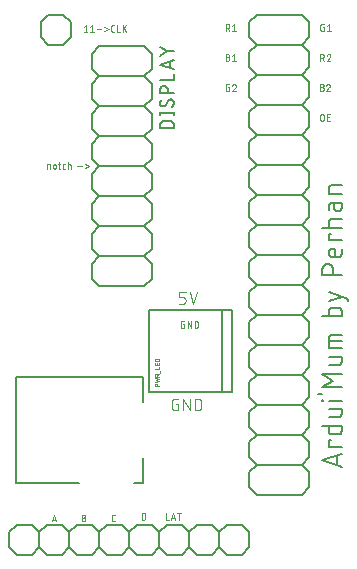
<source format=gbr>
G04 EAGLE Gerber X2 export*
%TF.Part,Single*%
%TF.FileFunction,Legend,Top,1*%
%TF.FilePolarity,Positive*%
%TF.GenerationSoftware,Autodesk,EAGLE,8.7.1*%
%TF.CreationDate,2018-04-06T15:57:59Z*%
G75*
%MOMM*%
%FSLAX34Y34*%
%LPD*%
%AMOC8*
5,1,8,0,0,1.08239X$1,22.5*%
G01*
%ADD10C,0.050800*%
%ADD11C,0.076200*%
%ADD12C,0.152400*%
%ADD13C,0.127000*%
%ADD14C,0.203200*%
%ADD15C,0.025400*%


D10*
X274207Y459288D02*
X275138Y459288D01*
X275138Y456184D01*
X273276Y456184D01*
X273206Y456186D01*
X273137Y456192D01*
X273068Y456202D01*
X273000Y456215D01*
X272932Y456233D01*
X272866Y456254D01*
X272801Y456279D01*
X272737Y456307D01*
X272675Y456339D01*
X272615Y456374D01*
X272557Y456413D01*
X272502Y456455D01*
X272448Y456500D01*
X272398Y456548D01*
X272350Y456598D01*
X272305Y456652D01*
X272263Y456707D01*
X272224Y456765D01*
X272189Y456825D01*
X272157Y456887D01*
X272129Y456951D01*
X272104Y457016D01*
X272083Y457082D01*
X272065Y457150D01*
X272052Y457218D01*
X272042Y457287D01*
X272036Y457356D01*
X272034Y457426D01*
X272034Y460530D01*
X272036Y460600D01*
X272042Y460669D01*
X272052Y460738D01*
X272065Y460806D01*
X272083Y460874D01*
X272104Y460940D01*
X272129Y461005D01*
X272157Y461069D01*
X272189Y461131D01*
X272224Y461191D01*
X272263Y461249D01*
X272305Y461304D01*
X272350Y461358D01*
X272398Y461408D01*
X272448Y461456D01*
X272502Y461501D01*
X272557Y461543D01*
X272615Y461582D01*
X272675Y461617D01*
X272737Y461649D01*
X272801Y461677D01*
X272866Y461702D01*
X272932Y461723D01*
X273000Y461741D01*
X273068Y461754D01*
X273137Y461764D01*
X273206Y461770D01*
X273276Y461772D01*
X275138Y461772D01*
X277703Y460530D02*
X279255Y461772D01*
X279255Y456184D01*
X277703Y456184D02*
X280808Y456184D01*
X272034Y436372D02*
X272034Y430784D01*
X272034Y436372D02*
X273586Y436372D01*
X273663Y436370D01*
X273741Y436364D01*
X273817Y436355D01*
X273894Y436341D01*
X273969Y436324D01*
X274043Y436303D01*
X274117Y436278D01*
X274189Y436250D01*
X274259Y436218D01*
X274328Y436183D01*
X274395Y436144D01*
X274460Y436102D01*
X274523Y436057D01*
X274584Y436009D01*
X274642Y435958D01*
X274697Y435904D01*
X274750Y435847D01*
X274799Y435788D01*
X274846Y435726D01*
X274890Y435662D01*
X274930Y435596D01*
X274967Y435528D01*
X275001Y435458D01*
X275031Y435387D01*
X275057Y435314D01*
X275080Y435240D01*
X275099Y435165D01*
X275114Y435090D01*
X275126Y435013D01*
X275134Y434936D01*
X275138Y434859D01*
X275138Y434781D01*
X275134Y434704D01*
X275126Y434627D01*
X275114Y434550D01*
X275099Y434475D01*
X275080Y434400D01*
X275057Y434326D01*
X275031Y434253D01*
X275001Y434182D01*
X274967Y434112D01*
X274930Y434044D01*
X274890Y433978D01*
X274846Y433914D01*
X274799Y433852D01*
X274750Y433793D01*
X274697Y433736D01*
X274642Y433682D01*
X274584Y433631D01*
X274523Y433583D01*
X274460Y433538D01*
X274395Y433496D01*
X274328Y433457D01*
X274259Y433422D01*
X274189Y433390D01*
X274117Y433362D01*
X274043Y433337D01*
X273969Y433316D01*
X273894Y433299D01*
X273817Y433285D01*
X273741Y433276D01*
X273663Y433270D01*
X273586Y433268D01*
X272034Y433268D01*
X273897Y433268D02*
X275138Y430784D01*
X280589Y434975D02*
X280587Y435048D01*
X280581Y435121D01*
X280572Y435194D01*
X280558Y435265D01*
X280541Y435337D01*
X280521Y435407D01*
X280496Y435476D01*
X280468Y435543D01*
X280437Y435609D01*
X280402Y435674D01*
X280364Y435736D01*
X280322Y435796D01*
X280278Y435854D01*
X280230Y435910D01*
X280180Y435963D01*
X280127Y436013D01*
X280071Y436061D01*
X280013Y436105D01*
X279953Y436147D01*
X279891Y436185D01*
X279826Y436220D01*
X279760Y436251D01*
X279693Y436279D01*
X279624Y436304D01*
X279554Y436324D01*
X279482Y436341D01*
X279411Y436355D01*
X279338Y436364D01*
X279265Y436370D01*
X279192Y436372D01*
X279108Y436370D01*
X279025Y436364D01*
X278942Y436355D01*
X278860Y436341D01*
X278778Y436324D01*
X278697Y436302D01*
X278617Y436277D01*
X278539Y436249D01*
X278461Y436217D01*
X278386Y436181D01*
X278312Y436142D01*
X278240Y436099D01*
X278170Y436053D01*
X278103Y436004D01*
X278037Y435951D01*
X277975Y435896D01*
X277915Y435838D01*
X277857Y435777D01*
X277803Y435714D01*
X277751Y435648D01*
X277703Y435580D01*
X277658Y435509D01*
X277616Y435437D01*
X277578Y435362D01*
X277543Y435286D01*
X277512Y435209D01*
X277484Y435130D01*
X280122Y433889D02*
X280176Y433942D01*
X280227Y433999D01*
X280275Y434058D01*
X280320Y434119D01*
X280361Y434182D01*
X280400Y434248D01*
X280435Y434315D01*
X280467Y434384D01*
X280495Y434455D01*
X280519Y434526D01*
X280540Y434599D01*
X280557Y434673D01*
X280571Y434748D01*
X280580Y434823D01*
X280586Y434899D01*
X280588Y434975D01*
X280123Y433888D02*
X277484Y430784D01*
X280589Y430784D01*
X193576Y433888D02*
X192024Y433888D01*
X193576Y433888D02*
X193653Y433886D01*
X193731Y433880D01*
X193807Y433871D01*
X193884Y433857D01*
X193959Y433840D01*
X194033Y433819D01*
X194107Y433794D01*
X194179Y433766D01*
X194249Y433734D01*
X194318Y433699D01*
X194385Y433660D01*
X194450Y433618D01*
X194513Y433573D01*
X194574Y433525D01*
X194632Y433474D01*
X194687Y433420D01*
X194740Y433363D01*
X194789Y433304D01*
X194836Y433242D01*
X194880Y433178D01*
X194920Y433112D01*
X194957Y433044D01*
X194991Y432974D01*
X195021Y432903D01*
X195047Y432830D01*
X195070Y432756D01*
X195089Y432681D01*
X195104Y432606D01*
X195116Y432529D01*
X195124Y432452D01*
X195128Y432375D01*
X195128Y432297D01*
X195124Y432220D01*
X195116Y432143D01*
X195104Y432066D01*
X195089Y431991D01*
X195070Y431916D01*
X195047Y431842D01*
X195021Y431769D01*
X194991Y431698D01*
X194957Y431628D01*
X194920Y431560D01*
X194880Y431494D01*
X194836Y431430D01*
X194789Y431368D01*
X194740Y431309D01*
X194687Y431252D01*
X194632Y431198D01*
X194574Y431147D01*
X194513Y431099D01*
X194450Y431054D01*
X194385Y431012D01*
X194318Y430973D01*
X194249Y430938D01*
X194179Y430906D01*
X194107Y430878D01*
X194033Y430853D01*
X193959Y430832D01*
X193884Y430815D01*
X193807Y430801D01*
X193731Y430792D01*
X193653Y430786D01*
X193576Y430784D01*
X192024Y430784D01*
X192024Y436372D01*
X193576Y436372D01*
X193646Y436370D01*
X193715Y436364D01*
X193784Y436354D01*
X193852Y436341D01*
X193920Y436323D01*
X193986Y436302D01*
X194051Y436277D01*
X194115Y436249D01*
X194177Y436217D01*
X194237Y436182D01*
X194295Y436143D01*
X194350Y436101D01*
X194404Y436056D01*
X194454Y436008D01*
X194502Y435958D01*
X194547Y435904D01*
X194589Y435849D01*
X194628Y435791D01*
X194663Y435731D01*
X194695Y435669D01*
X194723Y435605D01*
X194748Y435540D01*
X194769Y435474D01*
X194787Y435406D01*
X194800Y435338D01*
X194810Y435269D01*
X194816Y435200D01*
X194818Y435130D01*
X194816Y435060D01*
X194810Y434991D01*
X194800Y434922D01*
X194787Y434854D01*
X194769Y434786D01*
X194748Y434720D01*
X194723Y434655D01*
X194695Y434591D01*
X194663Y434529D01*
X194628Y434469D01*
X194589Y434411D01*
X194547Y434356D01*
X194502Y434302D01*
X194454Y434252D01*
X194404Y434204D01*
X194350Y434159D01*
X194295Y434117D01*
X194237Y434078D01*
X194177Y434043D01*
X194115Y434011D01*
X194051Y433983D01*
X193986Y433958D01*
X193920Y433937D01*
X193852Y433919D01*
X193784Y433906D01*
X193715Y433896D01*
X193646Y433890D01*
X193576Y433888D01*
X197245Y435130D02*
X198797Y436372D01*
X198797Y430784D01*
X197245Y430784D02*
X200349Y430784D01*
X192024Y456184D02*
X192024Y461772D01*
X193576Y461772D01*
X193653Y461770D01*
X193731Y461764D01*
X193807Y461755D01*
X193884Y461741D01*
X193959Y461724D01*
X194033Y461703D01*
X194107Y461678D01*
X194179Y461650D01*
X194249Y461618D01*
X194318Y461583D01*
X194385Y461544D01*
X194450Y461502D01*
X194513Y461457D01*
X194574Y461409D01*
X194632Y461358D01*
X194687Y461304D01*
X194740Y461247D01*
X194789Y461188D01*
X194836Y461126D01*
X194880Y461062D01*
X194920Y460996D01*
X194957Y460928D01*
X194991Y460858D01*
X195021Y460787D01*
X195047Y460714D01*
X195070Y460640D01*
X195089Y460565D01*
X195104Y460490D01*
X195116Y460413D01*
X195124Y460336D01*
X195128Y460259D01*
X195128Y460181D01*
X195124Y460104D01*
X195116Y460027D01*
X195104Y459950D01*
X195089Y459875D01*
X195070Y459800D01*
X195047Y459726D01*
X195021Y459653D01*
X194991Y459582D01*
X194957Y459512D01*
X194920Y459444D01*
X194880Y459378D01*
X194836Y459314D01*
X194789Y459252D01*
X194740Y459193D01*
X194687Y459136D01*
X194632Y459082D01*
X194574Y459031D01*
X194513Y458983D01*
X194450Y458938D01*
X194385Y458896D01*
X194318Y458857D01*
X194249Y458822D01*
X194179Y458790D01*
X194107Y458762D01*
X194033Y458737D01*
X193959Y458716D01*
X193884Y458699D01*
X193807Y458685D01*
X193731Y458676D01*
X193653Y458670D01*
X193576Y458668D01*
X192024Y458668D01*
X193887Y458668D02*
X195128Y456184D01*
X197474Y460530D02*
X199027Y461772D01*
X199027Y456184D01*
X200579Y456184D02*
X197474Y456184D01*
X195128Y408488D02*
X194197Y408488D01*
X195128Y408488D02*
X195128Y405384D01*
X193266Y405384D01*
X193196Y405386D01*
X193127Y405392D01*
X193058Y405402D01*
X192990Y405415D01*
X192922Y405433D01*
X192856Y405454D01*
X192791Y405479D01*
X192727Y405507D01*
X192665Y405539D01*
X192605Y405574D01*
X192547Y405613D01*
X192492Y405655D01*
X192438Y405700D01*
X192388Y405748D01*
X192340Y405798D01*
X192295Y405852D01*
X192253Y405907D01*
X192214Y405965D01*
X192179Y406025D01*
X192147Y406087D01*
X192119Y406151D01*
X192094Y406216D01*
X192073Y406282D01*
X192055Y406350D01*
X192042Y406418D01*
X192032Y406487D01*
X192026Y406556D01*
X192024Y406626D01*
X192024Y409730D01*
X192026Y409800D01*
X192032Y409869D01*
X192042Y409938D01*
X192055Y410006D01*
X192073Y410074D01*
X192094Y410140D01*
X192119Y410205D01*
X192147Y410269D01*
X192179Y410331D01*
X192214Y410391D01*
X192253Y410449D01*
X192295Y410504D01*
X192340Y410558D01*
X192388Y410608D01*
X192438Y410656D01*
X192492Y410701D01*
X192547Y410743D01*
X192605Y410782D01*
X192665Y410817D01*
X192727Y410849D01*
X192791Y410877D01*
X192856Y410902D01*
X192922Y410923D01*
X192990Y410941D01*
X193058Y410954D01*
X193127Y410964D01*
X193196Y410970D01*
X193266Y410972D01*
X195128Y410972D01*
X199401Y410972D02*
X199474Y410970D01*
X199547Y410964D01*
X199620Y410955D01*
X199691Y410941D01*
X199763Y410924D01*
X199833Y410904D01*
X199902Y410879D01*
X199969Y410851D01*
X200035Y410820D01*
X200100Y410785D01*
X200162Y410747D01*
X200222Y410705D01*
X200280Y410661D01*
X200336Y410613D01*
X200389Y410563D01*
X200439Y410510D01*
X200487Y410454D01*
X200531Y410396D01*
X200573Y410336D01*
X200611Y410274D01*
X200646Y410209D01*
X200677Y410143D01*
X200705Y410076D01*
X200730Y410007D01*
X200750Y409937D01*
X200767Y409865D01*
X200781Y409794D01*
X200790Y409721D01*
X200796Y409648D01*
X200798Y409575D01*
X199401Y410972D02*
X199317Y410970D01*
X199234Y410964D01*
X199151Y410955D01*
X199069Y410941D01*
X198987Y410924D01*
X198906Y410902D01*
X198826Y410877D01*
X198748Y410849D01*
X198670Y410817D01*
X198595Y410781D01*
X198521Y410742D01*
X198449Y410699D01*
X198379Y410653D01*
X198312Y410604D01*
X198246Y410551D01*
X198184Y410496D01*
X198124Y410438D01*
X198066Y410377D01*
X198012Y410314D01*
X197960Y410248D01*
X197912Y410180D01*
X197867Y410109D01*
X197825Y410037D01*
X197787Y409962D01*
X197752Y409886D01*
X197721Y409809D01*
X197693Y409730D01*
X200331Y408489D02*
X200385Y408542D01*
X200436Y408599D01*
X200484Y408658D01*
X200529Y408719D01*
X200570Y408782D01*
X200609Y408848D01*
X200644Y408915D01*
X200676Y408984D01*
X200704Y409055D01*
X200728Y409126D01*
X200749Y409199D01*
X200766Y409273D01*
X200780Y409348D01*
X200789Y409423D01*
X200795Y409499D01*
X200797Y409575D01*
X200332Y408488D02*
X197693Y405384D01*
X200798Y405384D01*
X272034Y408488D02*
X273586Y408488D01*
X273663Y408486D01*
X273741Y408480D01*
X273817Y408471D01*
X273894Y408457D01*
X273969Y408440D01*
X274043Y408419D01*
X274117Y408394D01*
X274189Y408366D01*
X274259Y408334D01*
X274328Y408299D01*
X274395Y408260D01*
X274460Y408218D01*
X274523Y408173D01*
X274584Y408125D01*
X274642Y408074D01*
X274697Y408020D01*
X274750Y407963D01*
X274799Y407904D01*
X274846Y407842D01*
X274890Y407778D01*
X274930Y407712D01*
X274967Y407644D01*
X275001Y407574D01*
X275031Y407503D01*
X275057Y407430D01*
X275080Y407356D01*
X275099Y407281D01*
X275114Y407206D01*
X275126Y407129D01*
X275134Y407052D01*
X275138Y406975D01*
X275138Y406897D01*
X275134Y406820D01*
X275126Y406743D01*
X275114Y406666D01*
X275099Y406591D01*
X275080Y406516D01*
X275057Y406442D01*
X275031Y406369D01*
X275001Y406298D01*
X274967Y406228D01*
X274930Y406160D01*
X274890Y406094D01*
X274846Y406030D01*
X274799Y405968D01*
X274750Y405909D01*
X274697Y405852D01*
X274642Y405798D01*
X274584Y405747D01*
X274523Y405699D01*
X274460Y405654D01*
X274395Y405612D01*
X274328Y405573D01*
X274259Y405538D01*
X274189Y405506D01*
X274117Y405478D01*
X274043Y405453D01*
X273969Y405432D01*
X273894Y405415D01*
X273817Y405401D01*
X273741Y405392D01*
X273663Y405386D01*
X273586Y405384D01*
X272034Y405384D01*
X272034Y410972D01*
X273586Y410972D01*
X273656Y410970D01*
X273725Y410964D01*
X273794Y410954D01*
X273862Y410941D01*
X273930Y410923D01*
X273996Y410902D01*
X274061Y410877D01*
X274125Y410849D01*
X274187Y410817D01*
X274247Y410782D01*
X274305Y410743D01*
X274360Y410701D01*
X274414Y410656D01*
X274464Y410608D01*
X274512Y410558D01*
X274557Y410504D01*
X274599Y410449D01*
X274638Y410391D01*
X274673Y410331D01*
X274705Y410269D01*
X274733Y410205D01*
X274758Y410140D01*
X274779Y410074D01*
X274797Y410006D01*
X274810Y409938D01*
X274820Y409869D01*
X274826Y409800D01*
X274828Y409730D01*
X274826Y409660D01*
X274820Y409591D01*
X274810Y409522D01*
X274797Y409454D01*
X274779Y409386D01*
X274758Y409320D01*
X274733Y409255D01*
X274705Y409191D01*
X274673Y409129D01*
X274638Y409069D01*
X274599Y409011D01*
X274557Y408956D01*
X274512Y408902D01*
X274464Y408852D01*
X274414Y408804D01*
X274360Y408759D01*
X274305Y408717D01*
X274247Y408678D01*
X274187Y408643D01*
X274125Y408611D01*
X274061Y408583D01*
X273996Y408558D01*
X273930Y408537D01*
X273862Y408519D01*
X273794Y408506D01*
X273725Y408496D01*
X273656Y408490D01*
X273586Y408488D01*
X278962Y410972D02*
X279035Y410970D01*
X279108Y410964D01*
X279181Y410955D01*
X279252Y410941D01*
X279324Y410924D01*
X279394Y410904D01*
X279463Y410879D01*
X279530Y410851D01*
X279596Y410820D01*
X279661Y410785D01*
X279723Y410747D01*
X279783Y410705D01*
X279841Y410661D01*
X279897Y410613D01*
X279950Y410563D01*
X280000Y410510D01*
X280048Y410454D01*
X280092Y410396D01*
X280134Y410336D01*
X280172Y410274D01*
X280207Y410209D01*
X280238Y410143D01*
X280266Y410076D01*
X280291Y410007D01*
X280311Y409937D01*
X280328Y409865D01*
X280342Y409794D01*
X280351Y409721D01*
X280357Y409648D01*
X280359Y409575D01*
X278962Y410972D02*
X278878Y410970D01*
X278795Y410964D01*
X278712Y410955D01*
X278630Y410941D01*
X278548Y410924D01*
X278467Y410902D01*
X278387Y410877D01*
X278309Y410849D01*
X278231Y410817D01*
X278156Y410781D01*
X278082Y410742D01*
X278010Y410699D01*
X277940Y410653D01*
X277873Y410604D01*
X277807Y410551D01*
X277745Y410496D01*
X277685Y410438D01*
X277627Y410377D01*
X277573Y410314D01*
X277521Y410248D01*
X277473Y410180D01*
X277428Y410109D01*
X277386Y410037D01*
X277348Y409962D01*
X277313Y409886D01*
X277282Y409809D01*
X277254Y409730D01*
X279893Y408489D02*
X279947Y408542D01*
X279998Y408599D01*
X280046Y408658D01*
X280091Y408719D01*
X280132Y408782D01*
X280171Y408848D01*
X280206Y408915D01*
X280238Y408984D01*
X280266Y409055D01*
X280290Y409126D01*
X280311Y409199D01*
X280328Y409273D01*
X280342Y409348D01*
X280351Y409423D01*
X280357Y409499D01*
X280359Y409575D01*
X279893Y408488D02*
X277255Y405384D01*
X280359Y405384D01*
X272034Y384020D02*
X272034Y381536D01*
X272034Y384020D02*
X272036Y384097D01*
X272042Y384175D01*
X272051Y384251D01*
X272065Y384328D01*
X272082Y384403D01*
X272103Y384477D01*
X272128Y384551D01*
X272156Y384623D01*
X272188Y384693D01*
X272223Y384762D01*
X272262Y384829D01*
X272304Y384894D01*
X272349Y384957D01*
X272397Y385018D01*
X272448Y385076D01*
X272502Y385131D01*
X272559Y385184D01*
X272618Y385233D01*
X272680Y385280D01*
X272744Y385324D01*
X272810Y385364D01*
X272878Y385401D01*
X272948Y385435D01*
X273019Y385465D01*
X273092Y385491D01*
X273166Y385514D01*
X273241Y385533D01*
X273316Y385548D01*
X273393Y385560D01*
X273470Y385568D01*
X273547Y385572D01*
X273625Y385572D01*
X273702Y385568D01*
X273779Y385560D01*
X273856Y385548D01*
X273931Y385533D01*
X274006Y385514D01*
X274080Y385491D01*
X274153Y385465D01*
X274224Y385435D01*
X274294Y385401D01*
X274362Y385364D01*
X274428Y385324D01*
X274492Y385280D01*
X274554Y385233D01*
X274613Y385184D01*
X274670Y385131D01*
X274724Y385076D01*
X274775Y385018D01*
X274823Y384957D01*
X274868Y384894D01*
X274910Y384829D01*
X274949Y384762D01*
X274984Y384693D01*
X275016Y384623D01*
X275044Y384551D01*
X275069Y384477D01*
X275090Y384403D01*
X275107Y384328D01*
X275121Y384251D01*
X275130Y384175D01*
X275136Y384097D01*
X275138Y384020D01*
X275138Y381536D01*
X275136Y381459D01*
X275130Y381381D01*
X275121Y381305D01*
X275107Y381228D01*
X275090Y381153D01*
X275069Y381079D01*
X275044Y381005D01*
X275016Y380933D01*
X274984Y380863D01*
X274949Y380794D01*
X274910Y380727D01*
X274868Y380662D01*
X274823Y380599D01*
X274775Y380538D01*
X274724Y380480D01*
X274670Y380425D01*
X274613Y380372D01*
X274554Y380323D01*
X274492Y380276D01*
X274428Y380232D01*
X274362Y380192D01*
X274294Y380155D01*
X274224Y380121D01*
X274153Y380091D01*
X274080Y380065D01*
X274006Y380042D01*
X273931Y380023D01*
X273856Y380008D01*
X273779Y379996D01*
X273702Y379988D01*
X273625Y379984D01*
X273547Y379984D01*
X273470Y379988D01*
X273393Y379996D01*
X273316Y380008D01*
X273241Y380023D01*
X273166Y380042D01*
X273092Y380065D01*
X273019Y380091D01*
X272948Y380121D01*
X272878Y380155D01*
X272810Y380192D01*
X272744Y380232D01*
X272680Y380276D01*
X272618Y380323D01*
X272559Y380372D01*
X272502Y380425D01*
X272448Y380480D01*
X272397Y380538D01*
X272349Y380599D01*
X272304Y380662D01*
X272262Y380727D01*
X272223Y380794D01*
X272188Y380863D01*
X272156Y380933D01*
X272128Y381005D01*
X272103Y381079D01*
X272082Y381153D01*
X272065Y381228D01*
X272051Y381305D01*
X272042Y381381D01*
X272036Y381459D01*
X272034Y381536D01*
X277714Y379984D02*
X280198Y379984D01*
X277714Y379984D02*
X277714Y385572D01*
X280198Y385572D01*
X279577Y383088D02*
X277714Y383088D01*
D11*
X151652Y140222D02*
X150086Y140222D01*
X151652Y140222D02*
X151652Y135001D01*
X148519Y135001D01*
X148430Y135003D01*
X148342Y135009D01*
X148254Y135018D01*
X148166Y135031D01*
X148079Y135048D01*
X147993Y135068D01*
X147908Y135093D01*
X147823Y135120D01*
X147740Y135152D01*
X147659Y135186D01*
X147579Y135225D01*
X147501Y135266D01*
X147424Y135311D01*
X147350Y135359D01*
X147277Y135410D01*
X147207Y135464D01*
X147140Y135522D01*
X147074Y135582D01*
X147012Y135644D01*
X146952Y135710D01*
X146894Y135777D01*
X146840Y135847D01*
X146789Y135920D01*
X146741Y135994D01*
X146696Y136071D01*
X146655Y136149D01*
X146616Y136229D01*
X146582Y136310D01*
X146550Y136393D01*
X146523Y136478D01*
X146498Y136563D01*
X146478Y136649D01*
X146461Y136736D01*
X146448Y136824D01*
X146439Y136912D01*
X146433Y137000D01*
X146431Y137089D01*
X146431Y142311D01*
X146433Y142402D01*
X146439Y142493D01*
X146449Y142584D01*
X146463Y142674D01*
X146480Y142763D01*
X146502Y142851D01*
X146528Y142939D01*
X146557Y143025D01*
X146590Y143110D01*
X146627Y143193D01*
X146667Y143275D01*
X146711Y143355D01*
X146758Y143433D01*
X146809Y143509D01*
X146862Y143582D01*
X146919Y143653D01*
X146980Y143722D01*
X147043Y143787D01*
X147108Y143850D01*
X147177Y143910D01*
X147248Y143968D01*
X147321Y144021D01*
X147397Y144072D01*
X147475Y144119D01*
X147555Y144163D01*
X147637Y144203D01*
X147720Y144240D01*
X147805Y144273D01*
X147891Y144302D01*
X147979Y144328D01*
X148067Y144350D01*
X148156Y144367D01*
X148246Y144381D01*
X148337Y144391D01*
X148428Y144397D01*
X148519Y144399D01*
X151652Y144399D01*
X156185Y144399D02*
X156185Y135001D01*
X161406Y135001D02*
X156185Y144399D01*
X161406Y144399D02*
X161406Y135001D01*
X165938Y135001D02*
X165938Y144399D01*
X168549Y144399D01*
X168649Y144397D01*
X168749Y144391D01*
X168848Y144382D01*
X168948Y144368D01*
X169046Y144351D01*
X169144Y144330D01*
X169241Y144306D01*
X169337Y144277D01*
X169432Y144245D01*
X169525Y144210D01*
X169617Y144171D01*
X169708Y144128D01*
X169796Y144082D01*
X169883Y144032D01*
X169968Y143980D01*
X170051Y143924D01*
X170132Y143865D01*
X170210Y143802D01*
X170286Y143737D01*
X170360Y143669D01*
X170430Y143599D01*
X170498Y143525D01*
X170563Y143449D01*
X170626Y143371D01*
X170685Y143290D01*
X170741Y143207D01*
X170793Y143122D01*
X170843Y143035D01*
X170889Y142947D01*
X170932Y142856D01*
X170971Y142764D01*
X171006Y142671D01*
X171038Y142576D01*
X171067Y142480D01*
X171091Y142383D01*
X171112Y142285D01*
X171129Y142187D01*
X171143Y142087D01*
X171152Y141988D01*
X171158Y141888D01*
X171160Y141788D01*
X171159Y141788D02*
X171159Y137612D01*
X171160Y137612D02*
X171158Y137512D01*
X171152Y137412D01*
X171143Y137313D01*
X171129Y137213D01*
X171112Y137115D01*
X171091Y137017D01*
X171067Y136920D01*
X171038Y136824D01*
X171006Y136729D01*
X170971Y136636D01*
X170932Y136544D01*
X170889Y136453D01*
X170843Y136365D01*
X170793Y136278D01*
X170741Y136193D01*
X170685Y136110D01*
X170626Y136029D01*
X170563Y135951D01*
X170498Y135875D01*
X170430Y135801D01*
X170360Y135731D01*
X170286Y135663D01*
X170210Y135598D01*
X170132Y135535D01*
X170051Y135476D01*
X169968Y135420D01*
X169883Y135368D01*
X169796Y135318D01*
X169708Y135272D01*
X169617Y135229D01*
X169525Y135190D01*
X169432Y135155D01*
X169337Y135123D01*
X169241Y135094D01*
X169144Y135070D01*
X169046Y135049D01*
X168948Y135032D01*
X168848Y135018D01*
X168749Y135009D01*
X168649Y135003D01*
X168549Y135001D01*
X165938Y135001D01*
X155914Y225171D02*
X152781Y225171D01*
X155914Y225171D02*
X156003Y225173D01*
X156091Y225179D01*
X156179Y225188D01*
X156267Y225201D01*
X156354Y225218D01*
X156440Y225238D01*
X156525Y225263D01*
X156610Y225290D01*
X156693Y225322D01*
X156774Y225356D01*
X156854Y225395D01*
X156932Y225436D01*
X157009Y225481D01*
X157083Y225529D01*
X157156Y225580D01*
X157226Y225634D01*
X157293Y225692D01*
X157359Y225752D01*
X157421Y225814D01*
X157481Y225880D01*
X157539Y225947D01*
X157593Y226017D01*
X157644Y226090D01*
X157692Y226164D01*
X157737Y226241D01*
X157778Y226319D01*
X157817Y226399D01*
X157851Y226480D01*
X157883Y226563D01*
X157910Y226648D01*
X157935Y226733D01*
X157955Y226819D01*
X157972Y226906D01*
X157985Y226994D01*
X157994Y227082D01*
X158000Y227170D01*
X158002Y227259D01*
X158002Y228304D01*
X158000Y228393D01*
X157994Y228481D01*
X157985Y228569D01*
X157972Y228657D01*
X157955Y228744D01*
X157935Y228830D01*
X157910Y228915D01*
X157883Y229000D01*
X157851Y229083D01*
X157817Y229164D01*
X157778Y229244D01*
X157737Y229322D01*
X157692Y229399D01*
X157644Y229473D01*
X157593Y229546D01*
X157539Y229616D01*
X157481Y229683D01*
X157421Y229749D01*
X157359Y229811D01*
X157293Y229871D01*
X157226Y229929D01*
X157156Y229983D01*
X157083Y230034D01*
X157009Y230082D01*
X156932Y230127D01*
X156854Y230168D01*
X156774Y230207D01*
X156693Y230241D01*
X156610Y230273D01*
X156525Y230300D01*
X156440Y230325D01*
X156354Y230345D01*
X156267Y230362D01*
X156179Y230375D01*
X156091Y230384D01*
X156003Y230390D01*
X155914Y230392D01*
X152781Y230392D01*
X152781Y234569D01*
X158002Y234569D01*
X161403Y234569D02*
X164536Y225171D01*
X167668Y234569D01*
D10*
X157028Y207828D02*
X156097Y207828D01*
X157028Y207828D02*
X157028Y204724D01*
X155166Y204724D01*
X155096Y204726D01*
X155027Y204732D01*
X154958Y204742D01*
X154890Y204755D01*
X154822Y204773D01*
X154756Y204794D01*
X154691Y204819D01*
X154627Y204847D01*
X154565Y204879D01*
X154505Y204914D01*
X154447Y204953D01*
X154392Y204995D01*
X154338Y205040D01*
X154288Y205088D01*
X154240Y205138D01*
X154195Y205192D01*
X154153Y205247D01*
X154114Y205305D01*
X154079Y205365D01*
X154047Y205427D01*
X154019Y205491D01*
X153994Y205556D01*
X153973Y205622D01*
X153955Y205690D01*
X153942Y205758D01*
X153932Y205827D01*
X153926Y205896D01*
X153924Y205966D01*
X153924Y209070D01*
X153926Y209140D01*
X153932Y209209D01*
X153942Y209278D01*
X153955Y209346D01*
X153973Y209414D01*
X153994Y209480D01*
X154019Y209545D01*
X154047Y209609D01*
X154079Y209671D01*
X154114Y209731D01*
X154153Y209789D01*
X154195Y209844D01*
X154240Y209898D01*
X154288Y209948D01*
X154338Y209996D01*
X154392Y210041D01*
X154447Y210083D01*
X154505Y210122D01*
X154565Y210157D01*
X154627Y210189D01*
X154691Y210217D01*
X154756Y210242D01*
X154822Y210263D01*
X154890Y210281D01*
X154958Y210294D01*
X155027Y210304D01*
X155096Y210310D01*
X155166Y210312D01*
X157028Y210312D01*
X159776Y210312D02*
X159776Y204724D01*
X162881Y204724D02*
X159776Y210312D01*
X162881Y210312D02*
X162881Y204724D01*
X165628Y204724D02*
X165628Y210312D01*
X167180Y210312D01*
X167256Y210310D01*
X167332Y210305D01*
X167408Y210295D01*
X167483Y210282D01*
X167557Y210265D01*
X167631Y210245D01*
X167703Y210221D01*
X167774Y210194D01*
X167844Y210163D01*
X167912Y210129D01*
X167978Y210091D01*
X168042Y210050D01*
X168105Y210007D01*
X168165Y209960D01*
X168222Y209910D01*
X168277Y209857D01*
X168330Y209802D01*
X168380Y209745D01*
X168427Y209685D01*
X168470Y209622D01*
X168511Y209558D01*
X168549Y209492D01*
X168583Y209424D01*
X168614Y209354D01*
X168641Y209283D01*
X168665Y209210D01*
X168685Y209137D01*
X168702Y209063D01*
X168715Y208988D01*
X168725Y208912D01*
X168730Y208836D01*
X168732Y208760D01*
X168733Y208760D02*
X168733Y206276D01*
X168732Y206276D02*
X168730Y206197D01*
X168724Y206119D01*
X168714Y206041D01*
X168700Y205964D01*
X168682Y205887D01*
X168661Y205811D01*
X168635Y205737D01*
X168606Y205664D01*
X168573Y205593D01*
X168537Y205523D01*
X168497Y205455D01*
X168454Y205389D01*
X168407Y205326D01*
X168358Y205265D01*
X168305Y205207D01*
X168249Y205151D01*
X168191Y205098D01*
X168130Y205049D01*
X168067Y205002D01*
X168001Y204959D01*
X167933Y204919D01*
X167864Y204883D01*
X167792Y204850D01*
X167719Y204821D01*
X167645Y204795D01*
X167569Y204774D01*
X167492Y204756D01*
X167415Y204742D01*
X167337Y204732D01*
X167259Y204726D01*
X167180Y204724D01*
X165628Y204724D01*
X40894Y339344D02*
X40894Y343069D01*
X42446Y343069D01*
X42504Y343067D01*
X42563Y343062D01*
X42620Y343053D01*
X42678Y343040D01*
X42734Y343023D01*
X42789Y343004D01*
X42842Y342980D01*
X42895Y342954D01*
X42945Y342924D01*
X42993Y342891D01*
X43039Y342855D01*
X43083Y342817D01*
X43125Y342775D01*
X43163Y342731D01*
X43199Y342685D01*
X43232Y342637D01*
X43262Y342587D01*
X43288Y342534D01*
X43312Y342481D01*
X43331Y342426D01*
X43348Y342370D01*
X43361Y342312D01*
X43370Y342255D01*
X43375Y342196D01*
X43377Y342138D01*
X43378Y342138D02*
X43378Y339344D01*
X45832Y340586D02*
X45832Y341828D01*
X45831Y341828D02*
X45833Y341898D01*
X45839Y341967D01*
X45849Y342036D01*
X45862Y342104D01*
X45880Y342172D01*
X45901Y342238D01*
X45926Y342303D01*
X45954Y342367D01*
X45986Y342429D01*
X46021Y342489D01*
X46060Y342547D01*
X46102Y342602D01*
X46147Y342656D01*
X46195Y342706D01*
X46245Y342754D01*
X46299Y342799D01*
X46354Y342841D01*
X46412Y342880D01*
X46472Y342915D01*
X46534Y342947D01*
X46598Y342975D01*
X46663Y343000D01*
X46729Y343021D01*
X46797Y343039D01*
X46865Y343052D01*
X46934Y343062D01*
X47003Y343068D01*
X47073Y343070D01*
X47143Y343068D01*
X47212Y343062D01*
X47281Y343052D01*
X47349Y343039D01*
X47417Y343021D01*
X47483Y343000D01*
X47548Y342975D01*
X47612Y342947D01*
X47674Y342915D01*
X47734Y342880D01*
X47792Y342841D01*
X47847Y342799D01*
X47901Y342754D01*
X47951Y342706D01*
X47999Y342656D01*
X48044Y342602D01*
X48086Y342547D01*
X48125Y342489D01*
X48160Y342429D01*
X48192Y342367D01*
X48220Y342303D01*
X48245Y342238D01*
X48266Y342172D01*
X48284Y342104D01*
X48297Y342036D01*
X48307Y341967D01*
X48313Y341898D01*
X48315Y341828D01*
X48315Y340586D01*
X48313Y340516D01*
X48307Y340447D01*
X48297Y340378D01*
X48284Y340310D01*
X48266Y340242D01*
X48245Y340176D01*
X48220Y340111D01*
X48192Y340047D01*
X48160Y339985D01*
X48125Y339925D01*
X48086Y339867D01*
X48044Y339812D01*
X47999Y339758D01*
X47951Y339708D01*
X47901Y339660D01*
X47847Y339615D01*
X47792Y339573D01*
X47734Y339534D01*
X47674Y339499D01*
X47612Y339467D01*
X47548Y339439D01*
X47483Y339414D01*
X47417Y339393D01*
X47349Y339375D01*
X47281Y339362D01*
X47212Y339352D01*
X47143Y339346D01*
X47073Y339344D01*
X47003Y339346D01*
X46934Y339352D01*
X46865Y339362D01*
X46797Y339375D01*
X46729Y339393D01*
X46663Y339414D01*
X46598Y339439D01*
X46534Y339467D01*
X46472Y339499D01*
X46412Y339534D01*
X46354Y339573D01*
X46299Y339615D01*
X46245Y339660D01*
X46195Y339708D01*
X46147Y339758D01*
X46102Y339812D01*
X46060Y339867D01*
X46021Y339925D01*
X45986Y339985D01*
X45954Y340047D01*
X45926Y340111D01*
X45901Y340176D01*
X45880Y340242D01*
X45862Y340310D01*
X45849Y340378D01*
X45839Y340447D01*
X45833Y340516D01*
X45831Y340586D01*
X50120Y343069D02*
X51983Y343069D01*
X50741Y344932D02*
X50741Y340275D01*
X50743Y340217D01*
X50748Y340158D01*
X50757Y340101D01*
X50770Y340043D01*
X50787Y339987D01*
X50806Y339932D01*
X50830Y339879D01*
X50856Y339826D01*
X50886Y339776D01*
X50919Y339728D01*
X50955Y339682D01*
X50993Y339638D01*
X51035Y339596D01*
X51079Y339558D01*
X51125Y339522D01*
X51173Y339489D01*
X51224Y339459D01*
X51276Y339433D01*
X51329Y339409D01*
X51384Y339390D01*
X51440Y339373D01*
X51498Y339360D01*
X51555Y339351D01*
X51614Y339346D01*
X51672Y339344D01*
X51983Y339344D01*
X54999Y339344D02*
X56241Y339344D01*
X54999Y339344D02*
X54941Y339346D01*
X54882Y339351D01*
X54825Y339360D01*
X54767Y339373D01*
X54711Y339390D01*
X54656Y339409D01*
X54603Y339433D01*
X54550Y339459D01*
X54500Y339489D01*
X54452Y339522D01*
X54406Y339558D01*
X54362Y339596D01*
X54320Y339638D01*
X54282Y339682D01*
X54246Y339728D01*
X54213Y339776D01*
X54183Y339826D01*
X54157Y339879D01*
X54133Y339932D01*
X54114Y339987D01*
X54097Y340043D01*
X54084Y340101D01*
X54075Y340158D01*
X54070Y340217D01*
X54068Y340275D01*
X54068Y342138D01*
X54070Y342196D01*
X54075Y342255D01*
X54084Y342312D01*
X54097Y342370D01*
X54114Y342426D01*
X54133Y342481D01*
X54157Y342534D01*
X54183Y342587D01*
X54213Y342637D01*
X54246Y342685D01*
X54282Y342731D01*
X54320Y342775D01*
X54362Y342817D01*
X54406Y342855D01*
X54452Y342891D01*
X54500Y342924D01*
X54550Y342954D01*
X54603Y342980D01*
X54656Y343004D01*
X54711Y343023D01*
X54767Y343040D01*
X54825Y343053D01*
X54882Y343062D01*
X54941Y343067D01*
X54999Y343069D01*
X56241Y343069D01*
X58450Y344932D02*
X58450Y339344D01*
X58450Y343069D02*
X60003Y343069D01*
X60061Y343067D01*
X60120Y343062D01*
X60177Y343053D01*
X60235Y343040D01*
X60291Y343023D01*
X60346Y343004D01*
X60399Y342980D01*
X60452Y342954D01*
X60502Y342924D01*
X60550Y342891D01*
X60596Y342855D01*
X60640Y342817D01*
X60682Y342775D01*
X60720Y342731D01*
X60756Y342685D01*
X60789Y342637D01*
X60819Y342587D01*
X60845Y342534D01*
X60869Y342481D01*
X60888Y342426D01*
X60905Y342370D01*
X60918Y342312D01*
X60927Y342255D01*
X60932Y342196D01*
X60934Y342138D01*
X60934Y339344D01*
X66425Y341517D02*
X70150Y341517D01*
X72643Y343069D02*
X76368Y341517D01*
X72643Y339965D01*
X141224Y47752D02*
X141224Y42164D01*
X143708Y42164D01*
X145474Y42164D02*
X147337Y47752D01*
X149200Y42164D01*
X148734Y43561D02*
X145940Y43561D01*
X152458Y42164D02*
X152458Y47752D01*
X150906Y47752D02*
X154010Y47752D01*
X120904Y47752D02*
X120904Y42164D01*
X120904Y47752D02*
X122456Y47752D01*
X122532Y47750D01*
X122608Y47745D01*
X122684Y47735D01*
X122759Y47722D01*
X122833Y47705D01*
X122907Y47685D01*
X122979Y47661D01*
X123050Y47634D01*
X123120Y47603D01*
X123188Y47569D01*
X123254Y47531D01*
X123318Y47490D01*
X123381Y47447D01*
X123441Y47400D01*
X123498Y47350D01*
X123553Y47297D01*
X123606Y47242D01*
X123656Y47185D01*
X123703Y47125D01*
X123746Y47062D01*
X123787Y46998D01*
X123825Y46932D01*
X123859Y46864D01*
X123890Y46794D01*
X123917Y46723D01*
X123941Y46650D01*
X123961Y46577D01*
X123978Y46503D01*
X123991Y46428D01*
X124001Y46352D01*
X124006Y46276D01*
X124008Y46200D01*
X124008Y43716D01*
X124006Y43637D01*
X124000Y43559D01*
X123990Y43481D01*
X123976Y43404D01*
X123958Y43327D01*
X123937Y43251D01*
X123911Y43177D01*
X123882Y43104D01*
X123849Y43033D01*
X123813Y42963D01*
X123773Y42895D01*
X123730Y42829D01*
X123683Y42766D01*
X123634Y42705D01*
X123581Y42647D01*
X123525Y42591D01*
X123467Y42538D01*
X123406Y42489D01*
X123343Y42442D01*
X123277Y42399D01*
X123209Y42359D01*
X123140Y42323D01*
X123068Y42290D01*
X122995Y42261D01*
X122921Y42235D01*
X122845Y42214D01*
X122768Y42196D01*
X122691Y42182D01*
X122613Y42172D01*
X122535Y42166D01*
X122456Y42164D01*
X120904Y42164D01*
X97988Y40894D02*
X96746Y40894D01*
X96676Y40896D01*
X96607Y40902D01*
X96538Y40912D01*
X96470Y40925D01*
X96402Y40943D01*
X96336Y40964D01*
X96271Y40989D01*
X96207Y41017D01*
X96145Y41049D01*
X96085Y41084D01*
X96027Y41123D01*
X95972Y41165D01*
X95918Y41210D01*
X95868Y41258D01*
X95820Y41308D01*
X95775Y41362D01*
X95733Y41417D01*
X95694Y41475D01*
X95659Y41535D01*
X95627Y41597D01*
X95599Y41661D01*
X95574Y41726D01*
X95553Y41792D01*
X95535Y41860D01*
X95522Y41928D01*
X95512Y41997D01*
X95506Y42066D01*
X95504Y42136D01*
X95504Y45240D01*
X95506Y45310D01*
X95512Y45379D01*
X95522Y45448D01*
X95535Y45516D01*
X95553Y45584D01*
X95574Y45650D01*
X95599Y45715D01*
X95627Y45779D01*
X95659Y45841D01*
X95694Y45901D01*
X95733Y45959D01*
X95775Y46014D01*
X95820Y46068D01*
X95868Y46118D01*
X95918Y46166D01*
X95972Y46211D01*
X96027Y46253D01*
X96085Y46292D01*
X96145Y46327D01*
X96207Y46359D01*
X96271Y46387D01*
X96336Y46412D01*
X96402Y46433D01*
X96470Y46451D01*
X96538Y46464D01*
X96607Y46474D01*
X96676Y46480D01*
X96746Y46482D01*
X97988Y46482D01*
X71656Y43998D02*
X70104Y43998D01*
X71656Y43998D02*
X71733Y43996D01*
X71811Y43990D01*
X71887Y43981D01*
X71964Y43967D01*
X72039Y43950D01*
X72113Y43929D01*
X72187Y43904D01*
X72259Y43876D01*
X72329Y43844D01*
X72398Y43809D01*
X72465Y43770D01*
X72530Y43728D01*
X72593Y43683D01*
X72654Y43635D01*
X72712Y43584D01*
X72767Y43530D01*
X72820Y43473D01*
X72869Y43414D01*
X72916Y43352D01*
X72960Y43288D01*
X73000Y43222D01*
X73037Y43154D01*
X73071Y43084D01*
X73101Y43013D01*
X73127Y42940D01*
X73150Y42866D01*
X73169Y42791D01*
X73184Y42716D01*
X73196Y42639D01*
X73204Y42562D01*
X73208Y42485D01*
X73208Y42407D01*
X73204Y42330D01*
X73196Y42253D01*
X73184Y42176D01*
X73169Y42101D01*
X73150Y42026D01*
X73127Y41952D01*
X73101Y41879D01*
X73071Y41808D01*
X73037Y41738D01*
X73000Y41670D01*
X72960Y41604D01*
X72916Y41540D01*
X72869Y41478D01*
X72820Y41419D01*
X72767Y41362D01*
X72712Y41308D01*
X72654Y41257D01*
X72593Y41209D01*
X72530Y41164D01*
X72465Y41122D01*
X72398Y41083D01*
X72329Y41048D01*
X72259Y41016D01*
X72187Y40988D01*
X72113Y40963D01*
X72039Y40942D01*
X71964Y40925D01*
X71887Y40911D01*
X71811Y40902D01*
X71733Y40896D01*
X71656Y40894D01*
X70104Y40894D01*
X70104Y46482D01*
X71656Y46482D01*
X71726Y46480D01*
X71795Y46474D01*
X71864Y46464D01*
X71932Y46451D01*
X72000Y46433D01*
X72066Y46412D01*
X72131Y46387D01*
X72195Y46359D01*
X72257Y46327D01*
X72317Y46292D01*
X72375Y46253D01*
X72430Y46211D01*
X72484Y46166D01*
X72534Y46118D01*
X72582Y46068D01*
X72627Y46014D01*
X72669Y45959D01*
X72708Y45901D01*
X72743Y45841D01*
X72775Y45779D01*
X72803Y45715D01*
X72828Y45650D01*
X72849Y45584D01*
X72867Y45516D01*
X72880Y45448D01*
X72890Y45379D01*
X72896Y45310D01*
X72898Y45240D01*
X72896Y45170D01*
X72890Y45101D01*
X72880Y45032D01*
X72867Y44964D01*
X72849Y44896D01*
X72828Y44830D01*
X72803Y44765D01*
X72775Y44701D01*
X72743Y44639D01*
X72708Y44579D01*
X72669Y44521D01*
X72627Y44466D01*
X72582Y44412D01*
X72534Y44362D01*
X72484Y44314D01*
X72430Y44269D01*
X72375Y44227D01*
X72317Y44188D01*
X72257Y44153D01*
X72195Y44121D01*
X72131Y44093D01*
X72066Y44068D01*
X72000Y44047D01*
X71932Y44029D01*
X71864Y44016D01*
X71795Y44006D01*
X71726Y44000D01*
X71656Y43998D01*
X46567Y46482D02*
X44704Y40894D01*
X48429Y40894D02*
X46567Y46482D01*
X47964Y42291D02*
X45170Y42291D01*
D12*
X273812Y92541D02*
X290068Y87122D01*
X290068Y97959D02*
X273812Y92541D01*
X286004Y96605D02*
X286004Y88477D01*
X290068Y104123D02*
X279231Y104123D01*
X279231Y109542D01*
X281037Y109542D01*
X273812Y121611D02*
X290068Y121611D01*
X290068Y117095D01*
X290066Y116994D01*
X290060Y116893D01*
X290051Y116792D01*
X290038Y116691D01*
X290021Y116591D01*
X290000Y116492D01*
X289976Y116394D01*
X289948Y116297D01*
X289916Y116200D01*
X289881Y116105D01*
X289842Y116012D01*
X289800Y115920D01*
X289754Y115829D01*
X289705Y115740D01*
X289653Y115654D01*
X289597Y115569D01*
X289539Y115486D01*
X289477Y115406D01*
X289412Y115328D01*
X289345Y115252D01*
X289275Y115179D01*
X289202Y115109D01*
X289126Y115042D01*
X289048Y114977D01*
X288968Y114915D01*
X288885Y114857D01*
X288800Y114801D01*
X288714Y114749D01*
X288625Y114700D01*
X288534Y114654D01*
X288442Y114612D01*
X288349Y114573D01*
X288254Y114538D01*
X288157Y114506D01*
X288060Y114478D01*
X287962Y114454D01*
X287863Y114433D01*
X287763Y114416D01*
X287662Y114403D01*
X287561Y114394D01*
X287460Y114388D01*
X287359Y114386D01*
X281940Y114386D01*
X281839Y114388D01*
X281738Y114394D01*
X281637Y114403D01*
X281536Y114416D01*
X281436Y114433D01*
X281337Y114454D01*
X281239Y114478D01*
X281142Y114506D01*
X281045Y114538D01*
X280950Y114573D01*
X280857Y114612D01*
X280765Y114654D01*
X280674Y114700D01*
X280586Y114749D01*
X280499Y114801D01*
X280414Y114857D01*
X280331Y114915D01*
X280251Y114977D01*
X280173Y115042D01*
X280097Y115109D01*
X280024Y115179D01*
X279954Y115252D01*
X279887Y115328D01*
X279822Y115406D01*
X279760Y115486D01*
X279702Y115569D01*
X279646Y115654D01*
X279594Y115741D01*
X279545Y115829D01*
X279499Y115920D01*
X279457Y116012D01*
X279418Y116105D01*
X279383Y116200D01*
X279351Y116297D01*
X279323Y116394D01*
X279299Y116492D01*
X279278Y116591D01*
X279261Y116691D01*
X279248Y116792D01*
X279239Y116893D01*
X279233Y116994D01*
X279231Y117095D01*
X279231Y121611D01*
X279231Y129048D02*
X287359Y129048D01*
X287359Y129049D02*
X287460Y129051D01*
X287561Y129057D01*
X287662Y129066D01*
X287763Y129079D01*
X287863Y129096D01*
X287962Y129117D01*
X288060Y129141D01*
X288157Y129169D01*
X288254Y129201D01*
X288349Y129236D01*
X288442Y129275D01*
X288534Y129317D01*
X288625Y129363D01*
X288714Y129412D01*
X288800Y129464D01*
X288885Y129520D01*
X288968Y129578D01*
X289048Y129640D01*
X289126Y129705D01*
X289202Y129772D01*
X289275Y129842D01*
X289345Y129915D01*
X289412Y129991D01*
X289477Y130069D01*
X289539Y130149D01*
X289597Y130232D01*
X289653Y130317D01*
X289705Y130403D01*
X289754Y130492D01*
X289800Y130583D01*
X289842Y130675D01*
X289881Y130768D01*
X289916Y130863D01*
X289948Y130960D01*
X289976Y131057D01*
X290000Y131155D01*
X290021Y131254D01*
X290038Y131354D01*
X290051Y131455D01*
X290060Y131556D01*
X290066Y131657D01*
X290068Y131758D01*
X290068Y136273D01*
X279231Y136273D01*
X279231Y143082D02*
X290068Y143082D01*
X274715Y142630D02*
X273812Y142630D01*
X273812Y143533D01*
X274715Y143533D01*
X274715Y142630D01*
X273812Y148292D02*
X270200Y148292D01*
X273812Y154336D02*
X290068Y154336D01*
X282843Y159755D02*
X273812Y154336D01*
X282843Y159755D02*
X273812Y165174D01*
X290068Y165174D01*
X287359Y172816D02*
X279231Y172816D01*
X287359Y172816D02*
X287460Y172818D01*
X287561Y172824D01*
X287662Y172833D01*
X287763Y172846D01*
X287863Y172863D01*
X287962Y172884D01*
X288060Y172908D01*
X288157Y172936D01*
X288254Y172968D01*
X288349Y173003D01*
X288442Y173042D01*
X288534Y173084D01*
X288625Y173130D01*
X288714Y173179D01*
X288800Y173231D01*
X288885Y173287D01*
X288968Y173345D01*
X289048Y173407D01*
X289126Y173472D01*
X289202Y173539D01*
X289275Y173609D01*
X289345Y173682D01*
X289412Y173758D01*
X289477Y173836D01*
X289539Y173916D01*
X289597Y173999D01*
X289653Y174084D01*
X289705Y174170D01*
X289754Y174259D01*
X289800Y174350D01*
X289842Y174442D01*
X289881Y174535D01*
X289916Y174630D01*
X289948Y174727D01*
X289976Y174824D01*
X290000Y174922D01*
X290021Y175021D01*
X290038Y175121D01*
X290051Y175222D01*
X290060Y175323D01*
X290066Y175424D01*
X290068Y175525D01*
X290068Y180041D01*
X279231Y180041D01*
X279231Y187683D02*
X290068Y187683D01*
X279231Y187683D02*
X279231Y195811D01*
X279233Y195912D01*
X279239Y196013D01*
X279248Y196114D01*
X279261Y196215D01*
X279278Y196315D01*
X279299Y196414D01*
X279323Y196512D01*
X279351Y196609D01*
X279383Y196706D01*
X279418Y196801D01*
X279457Y196894D01*
X279499Y196986D01*
X279545Y197077D01*
X279594Y197166D01*
X279646Y197252D01*
X279702Y197337D01*
X279760Y197420D01*
X279822Y197500D01*
X279887Y197578D01*
X279954Y197654D01*
X280024Y197727D01*
X280097Y197797D01*
X280173Y197864D01*
X280251Y197929D01*
X280331Y197991D01*
X280414Y198049D01*
X280499Y198105D01*
X280586Y198157D01*
X280674Y198206D01*
X280765Y198252D01*
X280857Y198294D01*
X280950Y198333D01*
X281045Y198368D01*
X281142Y198400D01*
X281239Y198428D01*
X281337Y198452D01*
X281436Y198473D01*
X281536Y198490D01*
X281637Y198503D01*
X281738Y198512D01*
X281839Y198518D01*
X281940Y198520D01*
X290068Y198520D01*
X290068Y193102D02*
X279231Y193102D01*
X273812Y214572D02*
X290068Y214572D01*
X290068Y219088D01*
X290066Y219189D01*
X290060Y219290D01*
X290051Y219391D01*
X290038Y219492D01*
X290021Y219592D01*
X290000Y219691D01*
X289976Y219789D01*
X289948Y219886D01*
X289916Y219983D01*
X289881Y220078D01*
X289842Y220171D01*
X289800Y220263D01*
X289754Y220354D01*
X289705Y220443D01*
X289653Y220529D01*
X289597Y220614D01*
X289539Y220697D01*
X289477Y220777D01*
X289412Y220855D01*
X289345Y220931D01*
X289275Y221004D01*
X289202Y221074D01*
X289126Y221141D01*
X289048Y221206D01*
X288968Y221268D01*
X288885Y221326D01*
X288800Y221382D01*
X288714Y221434D01*
X288625Y221483D01*
X288534Y221529D01*
X288442Y221571D01*
X288349Y221610D01*
X288254Y221645D01*
X288157Y221677D01*
X288060Y221705D01*
X287962Y221729D01*
X287863Y221750D01*
X287763Y221767D01*
X287662Y221780D01*
X287561Y221789D01*
X287460Y221795D01*
X287359Y221797D01*
X281940Y221797D01*
X281839Y221795D01*
X281738Y221789D01*
X281637Y221780D01*
X281536Y221767D01*
X281436Y221750D01*
X281337Y221729D01*
X281239Y221705D01*
X281142Y221677D01*
X281045Y221645D01*
X280950Y221610D01*
X280857Y221571D01*
X280765Y221529D01*
X280674Y221483D01*
X280586Y221434D01*
X280499Y221382D01*
X280414Y221326D01*
X280331Y221268D01*
X280251Y221206D01*
X280173Y221141D01*
X280097Y221074D01*
X280024Y221004D01*
X279954Y220931D01*
X279887Y220855D01*
X279822Y220777D01*
X279760Y220697D01*
X279702Y220614D01*
X279646Y220529D01*
X279594Y220443D01*
X279545Y220354D01*
X279499Y220263D01*
X279457Y220171D01*
X279418Y220078D01*
X279383Y219983D01*
X279351Y219886D01*
X279323Y219789D01*
X279299Y219691D01*
X279278Y219592D01*
X279261Y219492D01*
X279248Y219391D01*
X279239Y219290D01*
X279233Y219189D01*
X279231Y219088D01*
X279231Y214572D01*
X295487Y227525D02*
X295487Y229331D01*
X279231Y234750D01*
X279231Y227525D02*
X290068Y231137D01*
X290068Y249759D02*
X273812Y249759D01*
X273812Y254274D01*
X273814Y254407D01*
X273820Y254539D01*
X273830Y254671D01*
X273843Y254803D01*
X273861Y254935D01*
X273882Y255065D01*
X273907Y255196D01*
X273936Y255325D01*
X273969Y255453D01*
X274005Y255581D01*
X274045Y255707D01*
X274089Y255832D01*
X274137Y255956D01*
X274188Y256078D01*
X274243Y256199D01*
X274301Y256318D01*
X274363Y256436D01*
X274428Y256551D01*
X274497Y256665D01*
X274568Y256776D01*
X274644Y256885D01*
X274722Y256992D01*
X274803Y257097D01*
X274888Y257199D01*
X274975Y257299D01*
X275065Y257396D01*
X275158Y257491D01*
X275254Y257582D01*
X275352Y257671D01*
X275453Y257757D01*
X275557Y257840D01*
X275663Y257920D01*
X275771Y257996D01*
X275881Y258070D01*
X275994Y258140D01*
X276108Y258207D01*
X276225Y258270D01*
X276343Y258330D01*
X276463Y258387D01*
X276585Y258440D01*
X276708Y258489D01*
X276832Y258535D01*
X276958Y258577D01*
X277085Y258615D01*
X277213Y258650D01*
X277342Y258681D01*
X277471Y258708D01*
X277602Y258731D01*
X277733Y258751D01*
X277865Y258766D01*
X277997Y258778D01*
X278129Y258786D01*
X278262Y258790D01*
X278394Y258790D01*
X278527Y258786D01*
X278659Y258778D01*
X278791Y258766D01*
X278923Y258751D01*
X279054Y258731D01*
X279185Y258708D01*
X279314Y258681D01*
X279443Y258650D01*
X279571Y258615D01*
X279698Y258577D01*
X279824Y258535D01*
X279948Y258489D01*
X280071Y258440D01*
X280193Y258387D01*
X280313Y258330D01*
X280431Y258270D01*
X280548Y258207D01*
X280662Y258140D01*
X280775Y258070D01*
X280885Y257996D01*
X280993Y257920D01*
X281099Y257840D01*
X281203Y257757D01*
X281304Y257671D01*
X281402Y257582D01*
X281498Y257491D01*
X281591Y257396D01*
X281681Y257299D01*
X281768Y257199D01*
X281853Y257097D01*
X281934Y256992D01*
X282012Y256885D01*
X282088Y256776D01*
X282159Y256665D01*
X282228Y256551D01*
X282293Y256436D01*
X282355Y256318D01*
X282413Y256199D01*
X282468Y256078D01*
X282519Y255956D01*
X282567Y255832D01*
X282611Y255707D01*
X282651Y255581D01*
X282687Y255453D01*
X282720Y255325D01*
X282749Y255196D01*
X282774Y255065D01*
X282795Y254935D01*
X282813Y254803D01*
X282826Y254671D01*
X282836Y254539D01*
X282842Y254407D01*
X282844Y254274D01*
X282843Y254274D02*
X282843Y249759D01*
X290068Y267228D02*
X290068Y271744D01*
X290068Y267228D02*
X290066Y267127D01*
X290060Y267026D01*
X290051Y266925D01*
X290038Y266824D01*
X290021Y266724D01*
X290000Y266625D01*
X289976Y266527D01*
X289948Y266430D01*
X289916Y266333D01*
X289881Y266238D01*
X289842Y266145D01*
X289800Y266053D01*
X289754Y265962D01*
X289705Y265874D01*
X289653Y265787D01*
X289597Y265702D01*
X289539Y265619D01*
X289477Y265539D01*
X289412Y265461D01*
X289345Y265385D01*
X289275Y265312D01*
X289202Y265242D01*
X289126Y265175D01*
X289048Y265110D01*
X288968Y265048D01*
X288885Y264990D01*
X288800Y264934D01*
X288714Y264882D01*
X288625Y264833D01*
X288534Y264787D01*
X288442Y264745D01*
X288349Y264706D01*
X288254Y264671D01*
X288157Y264639D01*
X288060Y264611D01*
X287962Y264587D01*
X287863Y264566D01*
X287763Y264549D01*
X287662Y264536D01*
X287561Y264527D01*
X287460Y264521D01*
X287359Y264519D01*
X282843Y264519D01*
X282724Y264521D01*
X282604Y264527D01*
X282485Y264537D01*
X282367Y264551D01*
X282248Y264568D01*
X282131Y264590D01*
X282014Y264615D01*
X281899Y264645D01*
X281784Y264678D01*
X281670Y264715D01*
X281558Y264755D01*
X281447Y264800D01*
X281338Y264848D01*
X281230Y264899D01*
X281124Y264954D01*
X281020Y265013D01*
X280918Y265075D01*
X280818Y265140D01*
X280720Y265209D01*
X280624Y265281D01*
X280531Y265356D01*
X280441Y265433D01*
X280353Y265514D01*
X280268Y265598D01*
X280186Y265685D01*
X280106Y265774D01*
X280030Y265866D01*
X279956Y265960D01*
X279886Y266057D01*
X279819Y266155D01*
X279755Y266256D01*
X279695Y266360D01*
X279638Y266465D01*
X279585Y266572D01*
X279535Y266680D01*
X279489Y266790D01*
X279447Y266902D01*
X279408Y267015D01*
X279373Y267129D01*
X279342Y267244D01*
X279314Y267361D01*
X279291Y267478D01*
X279271Y267595D01*
X279255Y267714D01*
X279243Y267833D01*
X279235Y267952D01*
X279231Y268071D01*
X279231Y268191D01*
X279235Y268310D01*
X279243Y268429D01*
X279255Y268548D01*
X279271Y268667D01*
X279291Y268784D01*
X279314Y268901D01*
X279342Y269018D01*
X279373Y269133D01*
X279408Y269247D01*
X279447Y269360D01*
X279489Y269472D01*
X279535Y269582D01*
X279585Y269690D01*
X279638Y269797D01*
X279695Y269902D01*
X279755Y270006D01*
X279819Y270107D01*
X279886Y270205D01*
X279956Y270302D01*
X280030Y270396D01*
X280106Y270488D01*
X280186Y270577D01*
X280268Y270664D01*
X280353Y270748D01*
X280441Y270829D01*
X280531Y270906D01*
X280624Y270981D01*
X280720Y271053D01*
X280818Y271122D01*
X280918Y271187D01*
X281020Y271249D01*
X281124Y271308D01*
X281230Y271363D01*
X281338Y271414D01*
X281447Y271462D01*
X281558Y271507D01*
X281670Y271547D01*
X281784Y271584D01*
X281899Y271617D01*
X282014Y271647D01*
X282131Y271672D01*
X282248Y271694D01*
X282367Y271711D01*
X282485Y271725D01*
X282604Y271735D01*
X282724Y271741D01*
X282843Y271743D01*
X282843Y271744D02*
X284649Y271744D01*
X284649Y264519D01*
X290068Y278672D02*
X279231Y278672D01*
X279231Y284091D01*
X281037Y284091D01*
X273812Y289529D02*
X290068Y289529D01*
X279231Y289529D02*
X279231Y294044D01*
X279233Y294148D01*
X279239Y294251D01*
X279249Y294355D01*
X279263Y294458D01*
X279281Y294560D01*
X279302Y294661D01*
X279328Y294762D01*
X279357Y294861D01*
X279390Y294960D01*
X279427Y295057D01*
X279468Y295152D01*
X279512Y295246D01*
X279560Y295338D01*
X279611Y295428D01*
X279666Y295517D01*
X279724Y295603D01*
X279786Y295686D01*
X279850Y295768D01*
X279918Y295846D01*
X279988Y295922D01*
X280061Y295996D01*
X280138Y296066D01*
X280216Y296134D01*
X280298Y296198D01*
X280381Y296260D01*
X280467Y296318D01*
X280556Y296373D01*
X280646Y296424D01*
X280738Y296472D01*
X280832Y296516D01*
X280927Y296557D01*
X281024Y296594D01*
X281123Y296627D01*
X281222Y296656D01*
X281323Y296682D01*
X281424Y296703D01*
X281526Y296721D01*
X281629Y296735D01*
X281733Y296745D01*
X281836Y296751D01*
X281940Y296753D01*
X281940Y296754D02*
X290068Y296754D01*
X283746Y306685D02*
X283746Y310749D01*
X283746Y306685D02*
X283748Y306573D01*
X283754Y306462D01*
X283764Y306351D01*
X283777Y306240D01*
X283795Y306130D01*
X283817Y306021D01*
X283842Y305912D01*
X283871Y305804D01*
X283904Y305698D01*
X283941Y305592D01*
X283981Y305488D01*
X284025Y305386D01*
X284073Y305285D01*
X284124Y305186D01*
X284179Y305088D01*
X284237Y304993D01*
X284298Y304900D01*
X284363Y304809D01*
X284431Y304720D01*
X284502Y304634D01*
X284575Y304551D01*
X284652Y304470D01*
X284732Y304391D01*
X284814Y304316D01*
X284899Y304244D01*
X284986Y304174D01*
X285076Y304108D01*
X285168Y304045D01*
X285263Y303985D01*
X285359Y303929D01*
X285457Y303876D01*
X285557Y303827D01*
X285659Y303781D01*
X285762Y303739D01*
X285867Y303700D01*
X285973Y303665D01*
X286080Y303634D01*
X286188Y303607D01*
X286297Y303583D01*
X286407Y303564D01*
X286517Y303548D01*
X286628Y303536D01*
X286740Y303528D01*
X286851Y303524D01*
X286963Y303524D01*
X287074Y303528D01*
X287186Y303536D01*
X287297Y303548D01*
X287407Y303564D01*
X287517Y303583D01*
X287626Y303607D01*
X287734Y303634D01*
X287841Y303665D01*
X287947Y303700D01*
X288052Y303739D01*
X288155Y303781D01*
X288257Y303827D01*
X288357Y303876D01*
X288455Y303929D01*
X288551Y303985D01*
X288646Y304045D01*
X288738Y304108D01*
X288828Y304174D01*
X288915Y304244D01*
X289000Y304316D01*
X289082Y304391D01*
X289162Y304470D01*
X289239Y304551D01*
X289312Y304634D01*
X289383Y304720D01*
X289451Y304809D01*
X289516Y304900D01*
X289577Y304993D01*
X289635Y305088D01*
X289690Y305186D01*
X289741Y305285D01*
X289789Y305386D01*
X289833Y305488D01*
X289873Y305592D01*
X289910Y305698D01*
X289943Y305804D01*
X289972Y305912D01*
X289997Y306021D01*
X290019Y306130D01*
X290037Y306240D01*
X290050Y306351D01*
X290060Y306462D01*
X290066Y306573D01*
X290068Y306685D01*
X290068Y310749D01*
X281940Y310749D01*
X281940Y310748D02*
X281839Y310746D01*
X281738Y310740D01*
X281637Y310731D01*
X281536Y310718D01*
X281436Y310701D01*
X281337Y310680D01*
X281239Y310656D01*
X281142Y310628D01*
X281045Y310596D01*
X280950Y310561D01*
X280857Y310522D01*
X280765Y310480D01*
X280674Y310434D01*
X280586Y310385D01*
X280499Y310333D01*
X280414Y310277D01*
X280331Y310219D01*
X280251Y310157D01*
X280173Y310092D01*
X280097Y310025D01*
X280024Y309955D01*
X279954Y309882D01*
X279887Y309806D01*
X279822Y309728D01*
X279760Y309648D01*
X279702Y309565D01*
X279646Y309480D01*
X279594Y309394D01*
X279545Y309305D01*
X279499Y309214D01*
X279457Y309122D01*
X279418Y309029D01*
X279383Y308934D01*
X279351Y308837D01*
X279323Y308740D01*
X279299Y308642D01*
X279278Y308543D01*
X279261Y308443D01*
X279248Y308342D01*
X279239Y308241D01*
X279233Y308140D01*
X279231Y308039D01*
X279231Y304427D01*
X279231Y318186D02*
X290068Y318186D01*
X279231Y318186D02*
X279231Y322702D01*
X279233Y322806D01*
X279239Y322909D01*
X279249Y323013D01*
X279263Y323116D01*
X279281Y323218D01*
X279302Y323319D01*
X279328Y323420D01*
X279357Y323519D01*
X279390Y323618D01*
X279427Y323715D01*
X279468Y323810D01*
X279512Y323904D01*
X279560Y323996D01*
X279611Y324086D01*
X279666Y324175D01*
X279724Y324261D01*
X279786Y324344D01*
X279850Y324426D01*
X279918Y324504D01*
X279988Y324580D01*
X280061Y324654D01*
X280138Y324724D01*
X280216Y324792D01*
X280298Y324856D01*
X280381Y324918D01*
X280467Y324976D01*
X280556Y325031D01*
X280646Y325082D01*
X280738Y325130D01*
X280832Y325174D01*
X280927Y325215D01*
X281024Y325252D01*
X281123Y325285D01*
X281222Y325314D01*
X281323Y325340D01*
X281424Y325361D01*
X281526Y325379D01*
X281629Y325393D01*
X281733Y325403D01*
X281836Y325409D01*
X281940Y325411D01*
X290068Y325411D01*
X180340Y38100D02*
X167640Y38100D01*
X180340Y38100D02*
X186690Y31750D01*
X186690Y19050D01*
X180340Y12700D01*
X142240Y38100D02*
X135890Y31750D01*
X142240Y38100D02*
X154940Y38100D01*
X161290Y31750D01*
X161290Y19050D01*
X154940Y12700D01*
X142240Y12700D01*
X135890Y19050D01*
X161290Y31750D02*
X167640Y38100D01*
X161290Y19050D02*
X167640Y12700D01*
X180340Y12700D01*
X104140Y38100D02*
X91440Y38100D01*
X104140Y38100D02*
X110490Y31750D01*
X110490Y19050D01*
X104140Y12700D01*
X110490Y31750D02*
X116840Y38100D01*
X129540Y38100D01*
X135890Y31750D01*
X135890Y19050D01*
X129540Y12700D01*
X116840Y12700D01*
X110490Y19050D01*
X66040Y38100D02*
X59690Y31750D01*
X66040Y38100D02*
X78740Y38100D01*
X85090Y31750D01*
X85090Y19050D01*
X78740Y12700D01*
X66040Y12700D01*
X59690Y19050D01*
X85090Y31750D02*
X91440Y38100D01*
X85090Y19050D02*
X91440Y12700D01*
X104140Y12700D01*
X27940Y38100D02*
X15240Y38100D01*
X27940Y38100D02*
X34290Y31750D01*
X34290Y19050D01*
X27940Y12700D01*
X34290Y31750D02*
X40640Y38100D01*
X53340Y38100D01*
X59690Y31750D01*
X59690Y19050D01*
X53340Y12700D01*
X40640Y12700D01*
X34290Y19050D01*
X8890Y19050D02*
X8890Y31750D01*
X15240Y38100D01*
X8890Y19050D02*
X15240Y12700D01*
X27940Y12700D01*
X193040Y38100D02*
X205740Y38100D01*
X212090Y31750D01*
X212090Y19050D01*
X205740Y12700D01*
X186690Y31750D02*
X193040Y38100D01*
X186690Y19050D02*
X193040Y12700D01*
X205740Y12700D01*
X78740Y436880D02*
X85090Y443230D01*
X78740Y424180D02*
X85090Y417830D01*
X78740Y411480D01*
X78740Y398780D02*
X85090Y392430D01*
X78740Y386080D01*
X78740Y373380D02*
X85090Y367030D01*
X78740Y360680D01*
X78740Y347980D02*
X85090Y341630D01*
X78740Y335280D01*
X78740Y322580D02*
X85090Y316230D01*
X78740Y309880D01*
X78740Y297180D02*
X85090Y290830D01*
X85090Y443230D02*
X123190Y443230D01*
X129540Y436880D01*
X129540Y424180D01*
X123190Y417830D01*
X129540Y411480D01*
X129540Y398780D01*
X123190Y392430D01*
X129540Y386080D01*
X129540Y373380D01*
X123190Y367030D01*
X129540Y360680D01*
X129540Y347980D01*
X123190Y341630D01*
X129540Y335280D01*
X129540Y322580D01*
X123190Y316230D01*
X129540Y309880D01*
X129540Y297180D01*
X123190Y290830D01*
X129540Y284480D01*
X129540Y271780D01*
X123190Y265430D01*
X85090Y265430D02*
X78740Y271780D01*
X78740Y284480D02*
X85090Y290830D01*
X85090Y417830D02*
X123190Y417830D01*
X123190Y392430D02*
X85090Y392430D01*
X85090Y367030D02*
X123190Y367030D01*
X123190Y341630D02*
X85090Y341630D01*
X85090Y316230D02*
X123190Y316230D01*
X123190Y290830D02*
X85090Y290830D01*
X85090Y265430D02*
X123190Y265430D01*
X78740Y271780D02*
X78740Y284480D01*
X78740Y297180D02*
X78740Y309880D01*
X78740Y322580D02*
X78740Y335280D01*
X78740Y347980D02*
X78740Y360680D01*
X78740Y373380D02*
X78740Y386080D01*
X78740Y398780D02*
X78740Y411480D01*
X78740Y424180D02*
X78740Y436880D01*
X123190Y265430D02*
X129540Y259080D01*
X129540Y246380D01*
X123190Y240030D01*
X85090Y240030D02*
X78740Y246380D01*
X78740Y259080D02*
X85090Y265430D01*
X85090Y240030D02*
X123190Y240030D01*
X78740Y246380D02*
X78740Y259080D01*
D13*
X136525Y373507D02*
X147955Y373507D01*
X136525Y373507D02*
X136525Y376682D01*
X136527Y376793D01*
X136533Y376903D01*
X136542Y377014D01*
X136556Y377124D01*
X136573Y377233D01*
X136594Y377342D01*
X136619Y377450D01*
X136648Y377557D01*
X136680Y377663D01*
X136716Y377768D01*
X136756Y377871D01*
X136799Y377973D01*
X136846Y378074D01*
X136897Y378173D01*
X136950Y378270D01*
X137007Y378364D01*
X137068Y378457D01*
X137131Y378548D01*
X137198Y378637D01*
X137268Y378723D01*
X137341Y378806D01*
X137416Y378888D01*
X137494Y378966D01*
X137576Y379041D01*
X137659Y379114D01*
X137745Y379184D01*
X137834Y379251D01*
X137925Y379314D01*
X138018Y379375D01*
X138113Y379432D01*
X138209Y379485D01*
X138308Y379536D01*
X138409Y379583D01*
X138511Y379626D01*
X138614Y379666D01*
X138719Y379702D01*
X138825Y379734D01*
X138932Y379763D01*
X139040Y379788D01*
X139149Y379809D01*
X139258Y379826D01*
X139368Y379840D01*
X139479Y379849D01*
X139589Y379855D01*
X139700Y379857D01*
X144780Y379857D01*
X144891Y379855D01*
X145001Y379849D01*
X145112Y379840D01*
X145222Y379826D01*
X145331Y379809D01*
X145440Y379788D01*
X145548Y379763D01*
X145655Y379734D01*
X145761Y379702D01*
X145866Y379666D01*
X145969Y379626D01*
X146071Y379583D01*
X146172Y379536D01*
X146271Y379485D01*
X146368Y379432D01*
X146462Y379375D01*
X146555Y379314D01*
X146646Y379251D01*
X146735Y379184D01*
X146821Y379114D01*
X146904Y379041D01*
X146986Y378966D01*
X147064Y378888D01*
X147139Y378806D01*
X147212Y378723D01*
X147282Y378637D01*
X147349Y378548D01*
X147412Y378457D01*
X147473Y378364D01*
X147530Y378270D01*
X147583Y378173D01*
X147634Y378074D01*
X147681Y377973D01*
X147724Y377871D01*
X147764Y377768D01*
X147800Y377663D01*
X147832Y377557D01*
X147861Y377450D01*
X147886Y377342D01*
X147907Y377233D01*
X147924Y377124D01*
X147938Y377014D01*
X147947Y376903D01*
X147953Y376793D01*
X147955Y376682D01*
X147955Y373507D01*
X147955Y386207D02*
X136525Y386207D01*
X147955Y384937D02*
X147955Y387477D01*
X136525Y387477D02*
X136525Y384937D01*
X147955Y395605D02*
X147953Y395705D01*
X147947Y395804D01*
X147937Y395904D01*
X147924Y396002D01*
X147906Y396101D01*
X147885Y396198D01*
X147860Y396294D01*
X147831Y396390D01*
X147798Y396484D01*
X147762Y396577D01*
X147722Y396668D01*
X147678Y396758D01*
X147631Y396846D01*
X147581Y396932D01*
X147527Y397016D01*
X147470Y397098D01*
X147410Y397177D01*
X147346Y397255D01*
X147280Y397329D01*
X147211Y397401D01*
X147139Y397470D01*
X147065Y397536D01*
X146987Y397600D01*
X146908Y397660D01*
X146826Y397717D01*
X146742Y397771D01*
X146656Y397821D01*
X146568Y397868D01*
X146478Y397912D01*
X146387Y397952D01*
X146294Y397988D01*
X146200Y398021D01*
X146104Y398050D01*
X146008Y398075D01*
X145911Y398096D01*
X145812Y398114D01*
X145714Y398127D01*
X145614Y398137D01*
X145515Y398143D01*
X145415Y398145D01*
X147955Y395605D02*
X147953Y395464D01*
X147948Y395323D01*
X147938Y395182D01*
X147925Y395041D01*
X147909Y394901D01*
X147888Y394761D01*
X147864Y394622D01*
X147836Y394483D01*
X147805Y394346D01*
X147770Y394209D01*
X147732Y394073D01*
X147690Y393938D01*
X147644Y393805D01*
X147595Y393672D01*
X147542Y393541D01*
X147486Y393412D01*
X147427Y393283D01*
X147364Y393157D01*
X147298Y393032D01*
X147229Y392909D01*
X147156Y392788D01*
X147080Y392669D01*
X147001Y392551D01*
X146920Y392436D01*
X146835Y392324D01*
X146747Y392213D01*
X146656Y392105D01*
X146563Y391999D01*
X146466Y391896D01*
X146367Y391795D01*
X139065Y392113D02*
X138965Y392115D01*
X138866Y392121D01*
X138766Y392131D01*
X138668Y392144D01*
X138569Y392162D01*
X138472Y392183D01*
X138376Y392208D01*
X138280Y392237D01*
X138186Y392270D01*
X138093Y392306D01*
X138002Y392346D01*
X137912Y392390D01*
X137824Y392437D01*
X137738Y392487D01*
X137654Y392541D01*
X137572Y392598D01*
X137493Y392658D01*
X137415Y392722D01*
X137341Y392788D01*
X137269Y392857D01*
X137200Y392929D01*
X137134Y393003D01*
X137070Y393081D01*
X137010Y393160D01*
X136953Y393242D01*
X136899Y393326D01*
X136849Y393412D01*
X136802Y393500D01*
X136758Y393590D01*
X136718Y393681D01*
X136682Y393774D01*
X136649Y393868D01*
X136620Y393964D01*
X136595Y394060D01*
X136574Y394157D01*
X136556Y394256D01*
X136543Y394354D01*
X136533Y394454D01*
X136527Y394553D01*
X136525Y394653D01*
X136527Y394786D01*
X136532Y394919D01*
X136542Y395052D01*
X136555Y395185D01*
X136572Y395317D01*
X136592Y395449D01*
X136616Y395580D01*
X136644Y395710D01*
X136675Y395840D01*
X136710Y395968D01*
X136749Y396096D01*
X136791Y396222D01*
X136837Y396347D01*
X136886Y396471D01*
X136938Y396594D01*
X136994Y396715D01*
X137054Y396834D01*
X137116Y396952D01*
X137182Y397067D01*
X137251Y397181D01*
X137324Y397293D01*
X137399Y397403D01*
X137478Y397511D01*
X141288Y393382D02*
X141236Y393298D01*
X141181Y393215D01*
X141122Y393135D01*
X141061Y393057D01*
X140997Y392982D01*
X140929Y392909D01*
X140859Y392838D01*
X140787Y392771D01*
X140712Y392706D01*
X140634Y392644D01*
X140554Y392585D01*
X140472Y392529D01*
X140388Y392477D01*
X140302Y392428D01*
X140214Y392382D01*
X140124Y392339D01*
X140033Y392300D01*
X139940Y392265D01*
X139846Y392233D01*
X139751Y392205D01*
X139655Y392180D01*
X139558Y392160D01*
X139460Y392142D01*
X139362Y392129D01*
X139263Y392120D01*
X139164Y392114D01*
X139065Y392112D01*
X143192Y396875D02*
X143244Y396959D01*
X143299Y397042D01*
X143358Y397122D01*
X143419Y397200D01*
X143483Y397275D01*
X143551Y397348D01*
X143621Y397419D01*
X143693Y397486D01*
X143768Y397551D01*
X143846Y397613D01*
X143926Y397672D01*
X144008Y397728D01*
X144092Y397780D01*
X144178Y397829D01*
X144266Y397875D01*
X144356Y397918D01*
X144447Y397957D01*
X144540Y397992D01*
X144634Y398024D01*
X144729Y398052D01*
X144825Y398077D01*
X144922Y398097D01*
X145020Y398115D01*
X145118Y398128D01*
X145217Y398137D01*
X145316Y398143D01*
X145415Y398145D01*
X143193Y396875D02*
X141288Y393383D01*
X136525Y403416D02*
X147955Y403416D01*
X136525Y403416D02*
X136525Y406591D01*
X136527Y406702D01*
X136533Y406812D01*
X136542Y406923D01*
X136556Y407033D01*
X136573Y407142D01*
X136594Y407251D01*
X136619Y407359D01*
X136648Y407466D01*
X136680Y407572D01*
X136716Y407677D01*
X136756Y407780D01*
X136799Y407882D01*
X136846Y407983D01*
X136897Y408082D01*
X136950Y408179D01*
X137007Y408273D01*
X137068Y408366D01*
X137131Y408457D01*
X137198Y408546D01*
X137268Y408632D01*
X137341Y408715D01*
X137416Y408797D01*
X137494Y408875D01*
X137576Y408950D01*
X137659Y409023D01*
X137745Y409093D01*
X137834Y409160D01*
X137925Y409223D01*
X138018Y409284D01*
X138113Y409341D01*
X138209Y409394D01*
X138308Y409445D01*
X138409Y409492D01*
X138511Y409535D01*
X138614Y409575D01*
X138719Y409611D01*
X138825Y409643D01*
X138932Y409672D01*
X139040Y409697D01*
X139149Y409718D01*
X139258Y409735D01*
X139368Y409749D01*
X139479Y409758D01*
X139589Y409764D01*
X139700Y409766D01*
X139811Y409764D01*
X139921Y409758D01*
X140032Y409749D01*
X140142Y409735D01*
X140251Y409718D01*
X140360Y409697D01*
X140468Y409672D01*
X140575Y409643D01*
X140681Y409611D01*
X140786Y409575D01*
X140889Y409535D01*
X140991Y409492D01*
X141092Y409445D01*
X141191Y409394D01*
X141288Y409341D01*
X141382Y409284D01*
X141475Y409223D01*
X141566Y409160D01*
X141655Y409093D01*
X141741Y409023D01*
X141824Y408950D01*
X141906Y408875D01*
X141984Y408797D01*
X142059Y408715D01*
X142132Y408632D01*
X142202Y408546D01*
X142269Y408457D01*
X142332Y408366D01*
X142393Y408273D01*
X142450Y408179D01*
X142503Y408082D01*
X142554Y407983D01*
X142601Y407882D01*
X142644Y407780D01*
X142684Y407677D01*
X142720Y407572D01*
X142752Y407466D01*
X142781Y407359D01*
X142806Y407251D01*
X142827Y407142D01*
X142844Y407033D01*
X142858Y406923D01*
X142867Y406812D01*
X142873Y406702D01*
X142875Y406591D01*
X142875Y403416D01*
X147955Y414680D02*
X136525Y414680D01*
X147955Y414680D02*
X147955Y419760D01*
X147955Y423545D02*
X136525Y427355D01*
X147955Y431165D01*
X145098Y430213D02*
X145098Y424498D01*
X136525Y434975D02*
X141923Y438785D01*
X136525Y442595D01*
X141923Y438785D02*
X147955Y438785D01*
D14*
X121760Y94110D02*
X121760Y73110D01*
X67760Y73110D02*
X14760Y73110D01*
X114760Y73110D02*
X121760Y73110D01*
X121760Y163110D02*
X14760Y163110D01*
X121760Y163110D02*
X121760Y142110D01*
X14760Y163110D02*
X14760Y73110D01*
X127290Y150140D02*
X127290Y220140D01*
X189290Y220140D01*
X197290Y220140D01*
X197290Y150140D01*
X189290Y150140D01*
X127290Y150140D01*
X189290Y150140D02*
X189290Y220140D01*
D15*
X135763Y155067D02*
X131953Y155067D01*
X131953Y156125D01*
X131955Y156189D01*
X131961Y156253D01*
X131970Y156316D01*
X131984Y156378D01*
X132001Y156440D01*
X132022Y156500D01*
X132046Y156559D01*
X132074Y156617D01*
X132106Y156672D01*
X132140Y156726D01*
X132178Y156777D01*
X132219Y156827D01*
X132263Y156873D01*
X132309Y156917D01*
X132359Y156958D01*
X132410Y156996D01*
X132464Y157030D01*
X132519Y157062D01*
X132577Y157090D01*
X132636Y157114D01*
X132696Y157135D01*
X132758Y157152D01*
X132820Y157166D01*
X132883Y157175D01*
X132947Y157181D01*
X133011Y157183D01*
X133075Y157181D01*
X133139Y157175D01*
X133202Y157166D01*
X133264Y157152D01*
X133326Y157135D01*
X133386Y157114D01*
X133445Y157090D01*
X133503Y157062D01*
X133558Y157030D01*
X133612Y156996D01*
X133663Y156958D01*
X133713Y156917D01*
X133759Y156873D01*
X133803Y156827D01*
X133844Y156777D01*
X133882Y156726D01*
X133916Y156672D01*
X133948Y156617D01*
X133976Y156559D01*
X134000Y156500D01*
X134021Y156440D01*
X134038Y156378D01*
X134052Y156316D01*
X134061Y156253D01*
X134067Y156189D01*
X134069Y156125D01*
X134070Y156125D02*
X134070Y155067D01*
X131953Y158407D02*
X135763Y159254D01*
X133223Y160100D01*
X135763Y160947D01*
X131953Y161794D01*
X131953Y163330D02*
X135763Y163330D01*
X131953Y163330D02*
X131953Y164389D01*
X131955Y164453D01*
X131961Y164517D01*
X131970Y164580D01*
X131984Y164642D01*
X132001Y164704D01*
X132022Y164764D01*
X132046Y164823D01*
X132074Y164881D01*
X132106Y164936D01*
X132140Y164990D01*
X132178Y165041D01*
X132219Y165091D01*
X132263Y165137D01*
X132309Y165181D01*
X132359Y165222D01*
X132410Y165260D01*
X132464Y165294D01*
X132519Y165326D01*
X132577Y165354D01*
X132636Y165378D01*
X132696Y165399D01*
X132758Y165416D01*
X132820Y165430D01*
X132883Y165439D01*
X132947Y165445D01*
X133011Y165447D01*
X133075Y165445D01*
X133139Y165439D01*
X133202Y165430D01*
X133264Y165416D01*
X133326Y165399D01*
X133386Y165378D01*
X133445Y165354D01*
X133503Y165326D01*
X133558Y165294D01*
X133612Y165260D01*
X133663Y165222D01*
X133713Y165181D01*
X133759Y165137D01*
X133803Y165091D01*
X133844Y165041D01*
X133882Y164990D01*
X133916Y164936D01*
X133948Y164881D01*
X133976Y164823D01*
X134000Y164764D01*
X134021Y164704D01*
X134038Y164642D01*
X134052Y164580D01*
X134061Y164517D01*
X134067Y164453D01*
X134069Y164389D01*
X134070Y164389D02*
X134070Y163330D01*
X134070Y164600D02*
X135763Y165447D01*
X136186Y166813D02*
X136186Y168506D01*
X135763Y170021D02*
X131953Y170021D01*
X135763Y170021D02*
X135763Y171715D01*
X135763Y173191D02*
X135763Y174884D01*
X135763Y173191D02*
X131953Y173191D01*
X131953Y174884D01*
X133646Y174461D02*
X133646Y173191D01*
X131953Y176355D02*
X135763Y176355D01*
X131953Y176355D02*
X131953Y177413D01*
X131955Y177477D01*
X131961Y177541D01*
X131970Y177604D01*
X131984Y177666D01*
X132001Y177728D01*
X132022Y177788D01*
X132046Y177847D01*
X132074Y177905D01*
X132106Y177960D01*
X132140Y178014D01*
X132178Y178065D01*
X132219Y178115D01*
X132263Y178161D01*
X132309Y178205D01*
X132359Y178246D01*
X132410Y178284D01*
X132464Y178318D01*
X132519Y178350D01*
X132577Y178378D01*
X132636Y178402D01*
X132696Y178423D01*
X132758Y178440D01*
X132820Y178454D01*
X132884Y178463D01*
X132947Y178469D01*
X133011Y178471D01*
X134705Y178471D01*
X134769Y178469D01*
X134833Y178463D01*
X134896Y178454D01*
X134958Y178440D01*
X135020Y178423D01*
X135080Y178402D01*
X135139Y178378D01*
X135197Y178350D01*
X135252Y178318D01*
X135306Y178284D01*
X135357Y178246D01*
X135407Y178205D01*
X135453Y178161D01*
X135497Y178115D01*
X135538Y178065D01*
X135576Y178014D01*
X135610Y177960D01*
X135642Y177905D01*
X135670Y177847D01*
X135694Y177788D01*
X135715Y177728D01*
X135732Y177666D01*
X135746Y177604D01*
X135755Y177541D01*
X135761Y177477D01*
X135763Y177413D01*
X135763Y176355D01*
D12*
X54610Y469900D02*
X41910Y469900D01*
X54610Y469900D02*
X60960Y463550D01*
X60960Y450850D01*
X54610Y444500D01*
X35560Y450850D02*
X35560Y463550D01*
X41910Y469900D01*
X35560Y450850D02*
X41910Y444500D01*
X54610Y444500D01*
D10*
X71882Y459768D02*
X73434Y461010D01*
X73434Y455422D01*
X71882Y455422D02*
X74986Y455422D01*
X77368Y459768D02*
X78921Y461010D01*
X78921Y455422D01*
X80473Y455422D02*
X77368Y455422D01*
X82910Y457595D02*
X86635Y457595D01*
X89128Y459147D02*
X92853Y457595D01*
X89128Y456043D01*
X96516Y455422D02*
X97758Y455422D01*
X96516Y455422D02*
X96446Y455424D01*
X96377Y455430D01*
X96308Y455440D01*
X96240Y455453D01*
X96172Y455471D01*
X96106Y455492D01*
X96041Y455517D01*
X95977Y455545D01*
X95915Y455577D01*
X95855Y455612D01*
X95797Y455651D01*
X95742Y455693D01*
X95688Y455738D01*
X95638Y455786D01*
X95590Y455836D01*
X95545Y455890D01*
X95503Y455945D01*
X95464Y456003D01*
X95429Y456063D01*
X95397Y456125D01*
X95369Y456189D01*
X95344Y456254D01*
X95323Y456320D01*
X95305Y456388D01*
X95292Y456456D01*
X95282Y456525D01*
X95276Y456594D01*
X95274Y456664D01*
X95274Y459768D01*
X95276Y459838D01*
X95282Y459907D01*
X95292Y459976D01*
X95305Y460044D01*
X95323Y460112D01*
X95344Y460178D01*
X95369Y460243D01*
X95397Y460307D01*
X95429Y460369D01*
X95464Y460429D01*
X95503Y460487D01*
X95545Y460542D01*
X95590Y460596D01*
X95638Y460646D01*
X95688Y460694D01*
X95742Y460739D01*
X95797Y460781D01*
X95855Y460820D01*
X95915Y460855D01*
X95977Y460887D01*
X96041Y460915D01*
X96106Y460940D01*
X96172Y460961D01*
X96240Y460979D01*
X96308Y460992D01*
X96377Y461002D01*
X96446Y461008D01*
X96516Y461010D01*
X97758Y461010D01*
X100056Y461010D02*
X100056Y455422D01*
X102540Y455422D01*
X104883Y455422D02*
X104883Y461010D01*
X107988Y461010D02*
X104883Y457595D01*
X106125Y458837D02*
X107988Y455422D01*
D12*
X212090Y463550D02*
X218440Y469900D01*
X212090Y463550D02*
X212090Y450850D01*
X218440Y444500D01*
X212090Y438150D01*
X212090Y425450D01*
X218440Y419100D01*
X212090Y412750D01*
X212090Y400050D01*
X218440Y393700D01*
X212090Y387350D01*
X212090Y374650D01*
X218440Y368300D01*
X212090Y361950D01*
X212090Y349250D01*
X218440Y342900D01*
X212090Y336550D01*
X212090Y323850D01*
X218440Y317500D01*
X218440Y469900D02*
X256540Y469900D01*
X262890Y463550D01*
X262890Y450850D01*
X256540Y444500D01*
X262890Y438150D01*
X262890Y425450D01*
X256540Y419100D01*
X262890Y412750D01*
X262890Y400050D01*
X256540Y393700D01*
X262890Y387350D01*
X262890Y374650D01*
X256540Y368300D01*
X262890Y361950D01*
X262890Y349250D01*
X256540Y342900D01*
X262890Y336550D01*
X262890Y323850D01*
X256540Y317500D01*
X262890Y311150D01*
X262890Y298450D01*
X256540Y292100D01*
X262890Y285750D01*
X262890Y273050D01*
X256540Y266700D01*
X262890Y260350D01*
X262890Y247650D01*
X256540Y241300D01*
X262890Y234950D01*
X262890Y222250D01*
X256540Y215900D01*
X262890Y209550D01*
X262890Y196850D01*
X256540Y190500D01*
X262890Y184150D01*
X262890Y171450D01*
X256540Y165100D01*
X262890Y158750D01*
X262890Y146050D01*
X256540Y139700D01*
X262890Y133350D01*
X262890Y120650D01*
X256540Y114300D01*
X262890Y107950D01*
X262890Y95250D01*
X256540Y88900D01*
X262890Y82550D01*
X262890Y69850D01*
X256540Y63500D01*
X218440Y63500D02*
X212090Y69850D01*
X212090Y82550D01*
X218440Y88900D01*
X212090Y95250D01*
X212090Y107950D01*
X218440Y114300D01*
X212090Y120650D01*
X212090Y133350D01*
X218440Y139700D01*
X212090Y146050D01*
X212090Y158750D01*
X218440Y165100D01*
X212090Y171450D01*
X212090Y184150D01*
X218440Y190500D01*
X212090Y196850D01*
X212090Y209550D01*
X218440Y215900D01*
X212090Y222250D01*
X212090Y234950D01*
X218440Y241300D01*
X212090Y247650D01*
X212090Y260350D01*
X218440Y266700D01*
X212090Y273050D01*
X212090Y285750D01*
X218440Y292100D01*
X212090Y298450D01*
X212090Y311150D01*
X218440Y317500D01*
X218440Y444500D02*
X256540Y444500D01*
X256540Y419100D02*
X218440Y419100D01*
X218440Y393700D02*
X256540Y393700D01*
X256540Y368300D02*
X218440Y368300D01*
X218440Y342900D02*
X256540Y342900D01*
X256540Y317500D02*
X218440Y317500D01*
X218440Y292100D02*
X256540Y292100D01*
X256540Y266700D02*
X218440Y266700D01*
X218440Y241300D02*
X256540Y241300D01*
X256540Y215900D02*
X218440Y215900D01*
X218440Y190500D02*
X256540Y190500D01*
X256540Y165100D02*
X218440Y165100D01*
X218440Y139700D02*
X256540Y139700D01*
X256540Y114300D02*
X218440Y114300D01*
X218440Y88900D02*
X256540Y88900D01*
X256540Y63500D02*
X218440Y63500D01*
M02*

</source>
